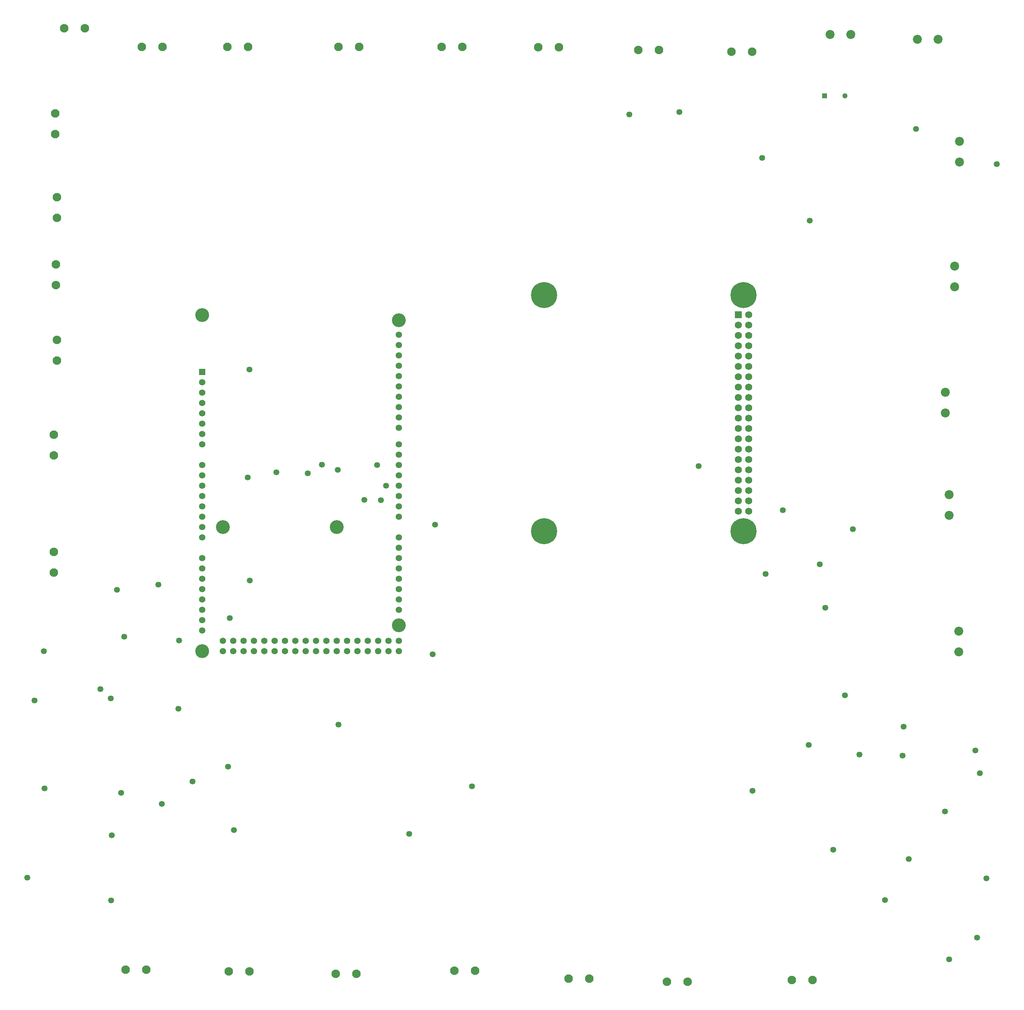
<source format=gbr>
%FSTAX25Y25*%
%MOIN*%
%SFA1B1*%

%IPPOS*%
%ADD22C,0.051181*%
%ADD30R,0.051181X0.051181*%
%ADD39C,0.086614*%
%ADD40C,0.082677*%
%ADD41C,0.068110*%
%ADD42C,0.061417*%
%ADD43C,0.251968*%
%ADD44R,0.068110X0.068110*%
%ADD45R,0.061417X0.061417*%
%ADD46C,0.133858*%
%ADD47C,0.057874*%
G54D22*
X0796338Y0882007D03*
G54D30*
X0776653Y0882007D03*
G54D39*
X0866496Y0936771D03*
X0782007Y0941299D03*
X0907007Y0837992D03*
X0902519Y071748D03*
X0893307Y0595511D03*
X0897007Y0496496D03*
X0906299Y0364488D03*
X0897007Y0476496D03*
X0906299Y0344488D03*
X0802007Y0941299D03*
X0886496Y0936771D03*
X0907007Y0817992D03*
X0902519Y069748D03*
X0893307Y0575511D03*
G54D40*
X0686653Y0924803D03*
X0596653Y0926299D03*
X05Y0929015D03*
X0765Y0027007D03*
X0644488Y0025511D03*
X0549488Y0028503D03*
X0439015Y003622D03*
X0406653Y0929291D03*
X0307165D03*
X0199645D03*
X0117165D03*
X0062007Y094748D03*
X0033503Y0845D03*
X0035Y0764015D03*
X0033937Y0699015D03*
X0034921Y0625984D03*
X0324488Y0033228D03*
X0220984Y0035511D03*
X0121496Y0037007D03*
X0032007Y0534488D03*
Y0420984D03*
X0101496Y0037007D03*
X0200984Y0035511D03*
X0304488Y0033228D03*
X0419015Y003622D03*
X0529488Y0028503D03*
X0624488Y0025511D03*
X0745Y0027007D03*
X0616653Y0926299D03*
X0219645Y0929291D03*
X0137165D03*
X0327165D03*
X0426653D03*
X052Y0929015D03*
X0706653Y0924803D03*
X0032007Y0440984D03*
X0042007Y094748D03*
X0033503Y0865D03*
X0035Y0784015D03*
X0032007Y0554488D03*
X0033937Y0719015D03*
X0034921Y0645984D03*
G54D41*
X0693464Y0480354D03*
Y0660354D03*
Y0650354D03*
Y0640354D03*
Y0630354D03*
Y0620354D03*
X0703464Y0670354D03*
Y0660354D03*
Y0650354D03*
Y0640354D03*
Y0630354D03*
Y0620354D03*
X0693464Y0610354D03*
X0703464D03*
X0693464Y0600354D03*
Y0590354D03*
Y0580354D03*
Y0570354D03*
Y0560354D03*
Y0550354D03*
X0703464Y0600354D03*
Y0590354D03*
Y0580354D03*
Y0570354D03*
Y0560354D03*
Y0550354D03*
X0693464Y0540354D03*
X0703464D03*
X0693464Y0530354D03*
Y0520354D03*
Y0510354D03*
Y0500354D03*
Y0490354D03*
X0703464Y0530354D03*
Y0520354D03*
Y0510354D03*
Y0500354D03*
Y0490354D03*
Y0480354D03*
G54D42*
X0195511Y0345D03*
X0295511Y0355D03*
X0305511D03*
X0365511Y0535D03*
X0265511Y0355D03*
X0325511D03*
X0365511Y0545D03*
X0175511Y0605D03*
Y0595D03*
Y0585D03*
Y0575D03*
Y0565D03*
Y0555D03*
Y0545D03*
Y0525D03*
Y0515D03*
Y0505D03*
Y0495D03*
Y0485D03*
Y0475D03*
Y0465D03*
Y0455D03*
Y0435D03*
Y0425D03*
Y0415D03*
Y0405D03*
Y0395D03*
Y0385D03*
Y0375D03*
Y0365D03*
X0195511Y0355D03*
X0205511Y0345D03*
Y0355D03*
X0215511Y0345D03*
Y0355D03*
X0225511Y0345D03*
Y0355D03*
X0235511D03*
Y0345D03*
X0245511Y0355D03*
Y0345D03*
X0255511Y0355D03*
Y0345D03*
X0265511D03*
X0275511Y0355D03*
Y0345D03*
X0285511Y0355D03*
Y0345D03*
X0295511D03*
X0305511D03*
X0315511Y0355D03*
Y0345D03*
X0325511D03*
X0335511Y0355D03*
Y0345D03*
X0345511Y0355D03*
Y0345D03*
X0355511Y0355D03*
Y0345D03*
X0365511Y0355D03*
Y0345D03*
Y0385D03*
Y0395D03*
Y0405D03*
Y0415D03*
Y0425D03*
Y0435D03*
Y0445D03*
Y0455D03*
Y0475D03*
Y0485D03*
Y0495D03*
Y0505D03*
Y0515D03*
Y0525D03*
Y0560984D03*
Y0570984D03*
Y0580984D03*
Y0590984D03*
Y0600984D03*
Y0610984D03*
Y0620984D03*
Y0630984D03*
Y0640984D03*
Y0650984D03*
G54D43*
X0505551Y0689527D03*
Y0461181D03*
X0698464D03*
Y0689527D03*
G54D44*
X0693464Y0670354D03*
G54D45*
X0175511Y0615D03*
G54D46*
X0175511Y067D03*
X0195511Y0465D03*
X0305511D03*
X0365511Y0665D03*
X0175511Y0345D03*
X0365511Y037D03*
G54D47*
X0924015Y0067992D03*
X0857992Y0144015D03*
X0926692Y0227204D03*
X0922519Y0249015D03*
X0852992Y0272007D03*
X0852007Y0244015D03*
X0835Y0104488D03*
X0785Y0152992D03*
X0220984Y0617519D03*
X0219488Y0512992D03*
X0892992Y019D03*
X0772007Y0429015D03*
X0221496Y0413503D03*
X0152992Y0355511D03*
X0347992Y0490984D03*
X0332007Y0491496D03*
X0352992Y0505D03*
X0897007Y0047007D03*
X0707007Y021D03*
X0655Y0524015D03*
X0344251Y0525D03*
X0932992Y0125511D03*
X0761496Y0254488D03*
X0719685Y0419685D03*
X0736496Y0481496D03*
X0777519Y0387007D03*
X0762519Y0761496D03*
X0306496Y0520511D03*
X0277519Y0517007D03*
X0810511Y0245D03*
X0804015Y0462992D03*
X0290984Y0525511D03*
X0796496Y030248D03*
X0435984Y0214488D03*
X0400511Y0467519D03*
X0636496Y0866496D03*
X0587992Y0864015D03*
X0165984Y0219015D03*
X0092992Y0404488D03*
X01Y0359015D03*
X0087007Y0299488D03*
X0087992Y0167007D03*
X0087519Y0104015D03*
X0013503Y0297519D03*
X0022519Y0345D03*
X0247007Y0517992D03*
X0202007Y0377007D03*
X0077007Y0308503D03*
X0152519Y0289488D03*
X0097007Y0207992D03*
X0205984Y0172007D03*
X0375511Y0168503D03*
X0022992Y021248D03*
X0132992Y0409488D03*
X0136496Y0197519D03*
X0307007Y0274015D03*
X0200511Y0233503D03*
X0006496Y0125984D03*
X0397992Y0342007D03*
X0716496Y0822007D03*
X0942992Y0815984D03*
X0865Y085D03*
M02*
</source>
